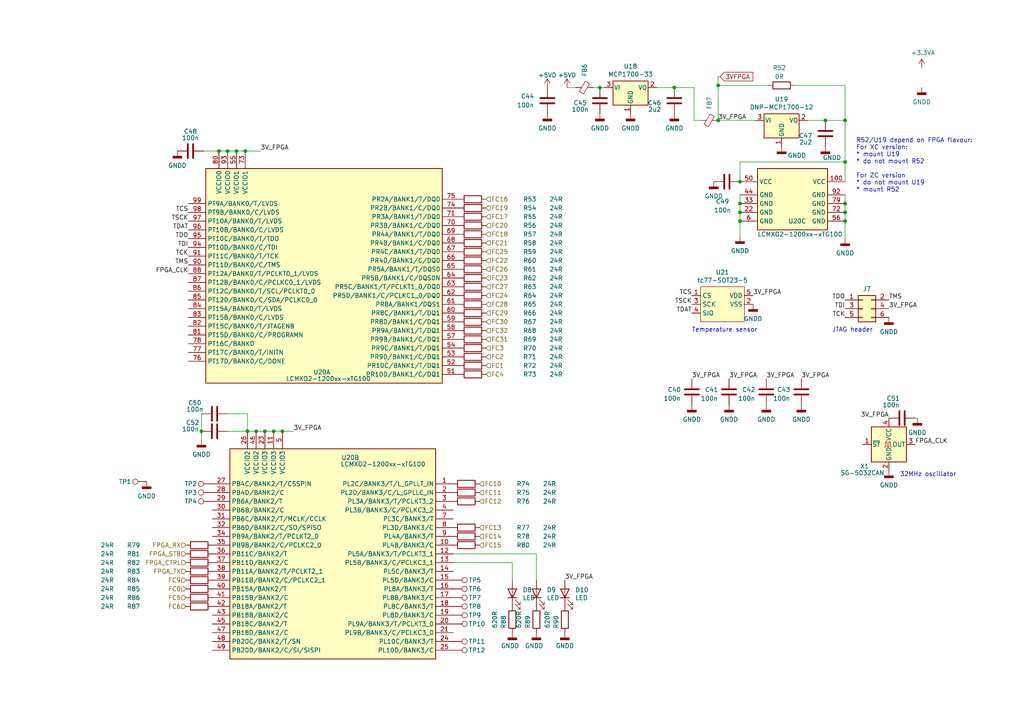
<source format=kicad_sch>
(kicad_sch (version 20211123) (generator eeschema)
  (paper "A4")
  (lib_symbols
    (symbol "Connector:TestPoint" (pin_numbers hide) (pin_names (offset 0.762) hide)
      (property "Reference" "TP" (at 0 6.858 0))
      (property "Value" "TestPoint" (at 0 5.08 0))
      (symbol "TestPoint_0_1"
        (circle (center 0 3.302) (radius 0.762))
      )
      (symbol "TestPoint_1_1"
        (pin passive line (at 0 0 90) (length 2.54) (name "1") (number "1"))
      )
    )
    (symbol "Connector_Generic:Conn_02x03_Odd_Even" (pin_names (offset 1.016) hide)
      (property "Reference" "J" (at 1.27 5.08 0))
      (property "Value" "Conn_02x03_Odd_Even" (at 1.27 -5.08 0))
      (symbol "Conn_02x03_Odd_Even_1_1"
        (rectangle (start -1.27 -2.413) (end 0 -2.667) (stroke (width 0.1524)))
        (rectangle (start -1.27 0.127) (end 0 -0.127) (stroke (width 0.1524)))
        (rectangle (start -1.27 2.667) (end 0 2.413) (stroke (width 0.1524)))
        (rectangle (start -1.27 3.81) (end 3.81 -3.81) (stroke (width 0.254)) (fill (type background)))
        (rectangle (start 3.81 -2.413) (end 2.54 -2.667) (stroke (width 0.1524)))
        (rectangle (start 3.81 0.127) (end 2.54 -0.127) (stroke (width 0.1524)))
        (rectangle (start 3.81 2.667) (end 2.54 2.413) (stroke (width 0.1524)))
        (pin passive line (at -5.08 2.54 0) (length 3.81) (name "Pin_1") (number "1"))
        (pin passive line (at 7.62 2.54 180) (length 3.81) (name "Pin_2") (number "2"))
        (pin passive line (at -5.08 0 0) (length 3.81) (name "Pin_3") (number "3"))
        (pin passive line (at 7.62 0 180) (length 3.81) (name "Pin_4") (number "4"))
        (pin passive line (at -5.08 -2.54 0) (length 3.81) (name "Pin_5") (number "5"))
        (pin passive line (at 7.62 -2.54 180) (length 3.81) (name "Pin_6") (number "6"))
      )
    )
    (symbol "Device:C" (pin_numbers hide) (pin_names (offset 0.254))
      (property "Reference" "C" (at 0.635 2.54 0))
      (property "Value" "C" (at 0.635 -2.54 0))
      (symbol "C_0_1"
        (polyline (pts (xy -2.032 -0.762) (xy 2.032 -0.762)) (stroke (width 0.508)))
        (polyline (pts (xy -2.032 0.762) (xy 2.032 0.762)) (stroke (width 0.508)))
      )
      (symbol "C_1_1"
        (pin passive line (at 0 3.81 270) (length 2.794) (name "~") (number "1"))
        (pin passive line (at 0 -3.81 90) (length 2.794) (name "~") (number "2"))
      )
    )
    (symbol "Device:Ferrite_Bead_Small" (pin_numbers hide) (pin_names (offset 0))
      (property "Reference" "FB" (at 1.905 1.27 0))
      (property "Value" "Ferrite_Bead_Small" (at 1.905 -1.27 0))
      (symbol "Ferrite_Bead_Small_0_1"
        (polyline (pts (xy 0 -1.27) (xy 0 -0.7874)))
        (polyline (pts (xy 0 0.889) (xy 0 1.2954)))
        (polyline (pts (xy -1.8288 0.2794) (xy -1.1176 1.4986) (xy 1.8288 -0.2032) (xy 1.1176 -1.4224) (xy -1.8288 0.2794)))
      )
      (symbol "Ferrite_Bead_Small_1_1"
        (pin passive line (at 0 2.54 270) (length 1.27) (name "~") (number "1"))
        (pin passive line (at 0 -2.54 90) (length 1.27) (name "~") (number "2"))
      )
    )
    (symbol "Device:LED" (pin_numbers hide) (pin_names (offset 1.016) hide)
      (property "Reference" "D" (at 0 2.54 0))
      (property "Value" "LED" (at 0 -2.54 0))
      (symbol "LED_0_1"
        (polyline (pts (xy -1.27 -1.27) (xy -1.27 1.27)) (stroke (width 0.254)))
        (polyline (pts (xy -1.27 0) (xy 1.27 0)))
        (polyline (pts (xy 1.27 -1.27) (xy 1.27 1.27) (xy -1.27 0) (xy 1.27 -1.27)) (stroke (width 0.254)))
        (polyline (pts (xy -3.048 -0.762) (xy -4.572 -2.286) (xy -3.81 -2.286) (xy -4.572 -2.286) (xy -4.572 -1.524)))
        (polyline (pts (xy -1.778 -0.762) (xy -3.302 -2.286) (xy -2.54 -2.286) (xy -3.302 -2.286) (xy -3.302 -1.524)))
      )
      (symbol "LED_1_1"
        (pin passive line (at -3.81 0 0) (length 2.54) (name "K") (number "1"))
        (pin passive line (at 3.81 0 180) (length 2.54) (name "A") (number "2"))
      )
    )
    (symbol "Device:R" (pin_numbers hide) (pin_names (offset 0))
      (property "Reference" "R" (at 2.032 0 90))
      (property "Value" "R" (at 0 0 90))
      (symbol "R_0_1"
        (rectangle (start -1.016 -2.54) (end 1.016 2.54) (stroke (width 0.254)))
      )
      (symbol "R_1_1"
        (pin passive line (at 0 3.81 270) (length 1.27) (name "~") (number "1"))
        (pin passive line (at 0 -3.81 90) (length 1.27) (name "~") (number "2"))
      )
    )
    (symbol "Gekkio_FPGA_Lattice:LCMXO2-1200xx-xTG100"
      (property "Reference" "U" (at 10.16 31.75 0))
      (property "Value" "Gekkio_FPGA_Lattice_LCMXO2-1200xx-xTG100" (at 15.24 27.94 0))
      (symbol "LCMXO2-1200xx-xTG100_1_1"
        (rectangle (start -36.83 33.02) (end 31.75 -29.21) (stroke (width 0.254)) (fill (type background)))
        (pin bidirectional line (at 36.83 -26.67 180) (length 5.08) (name "PR10D/BANK1/C/DQ1") (number "51"))
        (pin bidirectional line (at 36.83 -24.13 180) (length 5.08) (name "PR10C/BANK1/T/DQ1") (number "52"))
        (pin bidirectional line (at 36.83 -21.59 180) (length 5.08) (name "PR9D/BANK1/C/DQ1") (number "53"))
        (pin bidirectional line (at 36.83 -19.05 180) (length 5.08) (name "PR9C/BANK1/T/DQ1") (number "54"))
        (pin power_in line (at -27.94 38.1 270) (length 5.08) (name "VCCIO1") (number "55"))
        (pin bidirectional line (at 36.83 -16.51 180) (length 5.08) (name "PR9B/BANK1/C/DQ1") (number "57"))
        (pin bidirectional line (at 36.83 -13.97 180) (length 5.08) (name "PR9A/BANK1/T/DQ1") (number "58"))
        (pin bidirectional line (at 36.83 -11.43 180) (length 5.08) (name "PR8D/BANK1/C/DQ1") (number "59"))
        (pin bidirectional line (at 36.83 -8.89 180) (length 5.08) (name "PR8C/BANK1/T/DQ1") (number "60"))
        (pin bidirectional line (at 36.83 -6.35 180) (length 5.08) (name "PR8A/BANK1/DQS1") (number "61"))
        (pin bidirectional line (at 36.83 -3.81 180) (length 5.08) (name "PR5D/BANK1/C/PCLKC1_0/DQ0") (number "62"))
        (pin bidirectional line (at 36.83 -1.27 180) (length 5.08) (name "PR5C/BANK1/T/PCLKT1_0/DQ0") (number "63"))
        (pin bidirectional line (at 36.83 1.27 180) (length 5.08) (name "PR5B/BANK1/C/DQS0N") (number "64"))
        (pin bidirectional line (at 36.83 3.81 180) (length 5.08) (name "PR5A/BANK1/T/DQS0") (number "65"))
        (pin bidirectional line (at 36.83 6.35 180) (length 5.08) (name "PR4D/BANK1/C/DQ0") (number "66"))
        (pin bidirectional line (at 36.83 8.89 180) (length 5.08) (name "PR4C/BANK1/T/DQ0") (number "67"))
        (pin bidirectional line (at 36.83 11.43 180) (length 5.08) (name "PR4B/BANK1/C/DQ0") (number "68"))
        (pin bidirectional line (at 36.83 13.97 180) (length 5.08) (name "PR4A/BANK1/T/DQ0") (number "69"))
        (pin bidirectional line (at 36.83 16.51 180) (length 5.08) (name "PR3B/BANK1/C/DQ0") (number "70"))
        (pin bidirectional line (at 36.83 19.05 180) (length 5.08) (name "PR3A/BANK1/T/DQ0") (number "71"))
        (pin power_in line (at -25.4 38.1 270) (length 5.08) (name "VCCIO1") (number "73"))
        (pin bidirectional line (at 36.83 21.59 180) (length 5.08) (name "PR2B/BANK1/C/DQ0") (number "74"))
        (pin bidirectional line (at 36.83 24.13 180) (length 5.08) (name "PR2A/BANK1/T/DQ0") (number "75"))
        (pin bidirectional line (at -41.91 -22.86 0) (length 5.08) (name "PT17D/BANK0/C/DONE") (number "76"))
        (pin bidirectional line (at -41.91 -20.32 0) (length 5.08) (name "PT17C/BANK0/T/INITN") (number "77"))
        (pin bidirectional line (at -41.91 -17.78 0) (length 5.08) (name "PT16C/BANK0") (number "78"))
        (pin power_in line (at -33.02 38.1 270) (length 5.08) (name "VCCIO0") (number "80"))
        (pin bidirectional line (at -41.91 -15.24 0) (length 5.08) (name "PT15D/BANK0/C/PROGRAMN") (number "81"))
        (pin bidirectional line (at -41.91 -12.7 0) (length 5.08) (name "PT15C/BANK0/T/JTAGENB") (number "82"))
        (pin bidirectional line (at -41.91 -10.16 0) (length 5.08) (name "PT15B/BANK0/C/LVDS") (number "83"))
        (pin bidirectional line (at -41.91 -7.62 0) (length 5.08) (name "PT15A/BANK0/T/LVDS") (number "84"))
        (pin bidirectional line (at -41.91 -5.08 0) (length 5.08) (name "PT12D/BANK0/C/SDA/PCLKC0_0") (number "85"))
        (pin bidirectional line (at -41.91 -2.54 0) (length 5.08) (name "PT12C/BANK0/T/SCL/PCLKT0_0") (number "86"))
        (pin bidirectional line (at -41.91 0 0) (length 5.08) (name "PT12B/BANK0/C/PCLKC0_1/LVDS") (number "87"))
        (pin bidirectional line (at -41.91 2.54 0) (length 5.08) (name "PT12A/BANK0/T/PCLKT0_1/LVDS") (number "88"))
        (pin no_connect line (at -41.91 -25.4 0) (length 5.08) hide (name "NC") (number "89"))
        (pin bidirectional line (at -41.91 5.08 0) (length 5.08) (name "PT11D/BANK0/C/TMS") (number "90"))
        (pin bidirectional line (at -41.91 7.62 0) (length 5.08) (name "PT11C/BANK0/T/TCK") (number "91"))
        (pin power_in line (at -30.48 38.1 270) (length 5.08) (name "VCCIO0") (number "93"))
        (pin bidirectional line (at -41.91 10.16 0) (length 5.08) (name "PT10D/BANK0/C/TDI") (number "94"))
        (pin bidirectional line (at -41.91 12.7 0) (length 5.08) (name "PT10C/BANK0/T/TDO") (number "95"))
        (pin bidirectional line (at -41.91 15.24 0) (length 5.08) (name "PT10B/BANK0/C/LVDS") (number "96"))
        (pin bidirectional line (at -41.91 17.78 0) (length 5.08) (name "PT10A/BANK0/T/LVDS") (number "97"))
        (pin bidirectional line (at -41.91 20.32 0) (length 5.08) (name "PT9B/BANK0/C/LVDS") (number "98"))
        (pin bidirectional line (at -41.91 22.86 0) (length 5.08) (name "PT9A/BANK0/T/LVDS") (number "99"))
      )
      (symbol "LCMXO2-1200xx-xTG100_2_1"
        (rectangle (start -29.21 33.02) (end 30.48 -27.94) (stroke (width 0.254)) (fill (type background)))
        (pin bidirectional line (at 35.56 22.86 180) (length 5.08) (name "PL2C/BANK3/T/L_GPLLT_IN") (number "1"))
        (pin bidirectional line (at 35.56 5.08 180) (length 5.08) (name "PL4B/BANK3/C") (number "10"))
        (pin power_in line (at -16.51 38.1 270) (length 5.08) (name "VCCIO3") (number "11"))
        (pin bidirectional line (at 35.56 2.54 180) (length 5.08) (name "PL5A/BANK3/T/PCLKT3_1") (number "12"))
        (pin bidirectional line (at 35.56 0 180) (length 5.08) (name "PL5B/BANK3/C/PCLKC3_1") (number "13"))
        (pin bidirectional line (at 35.56 -2.54 180) (length 5.08) (name "PL5C/BANK3/T") (number "14"))
        (pin bidirectional line (at 35.56 -5.08 180) (length 5.08) (name "PL5D/BANK3/C") (number "15"))
        (pin bidirectional line (at 35.56 -7.62 180) (length 5.08) (name "PL8A/BANK3/T") (number "16"))
        (pin bidirectional line (at 35.56 -10.16 180) (length 5.08) (name "PL8B/BANK3/C") (number "17"))
        (pin bidirectional line (at 35.56 -12.7 180) (length 5.08) (name "PL8C/BANK3/T") (number "18"))
        (pin bidirectional line (at 35.56 -15.24 180) (length 5.08) (name "PL8D/BANK3/C") (number "19"))
        (pin bidirectional line (at 35.56 20.32 180) (length 5.08) (name "PL2D/BANK3/C/L_GPLLC_IN") (number "2"))
        (pin bidirectional line (at 35.56 -17.78 180) (length 5.08) (name "PL9A/BANK3/T/PCLKT3_0") (number "20"))
        (pin bidirectional line (at 35.56 -20.32 180) (length 5.08) (name "PL9B/BANK3/C/PCLKC3_0") (number "21"))
        (pin power_in line (at -19.05 38.1 270) (length 5.08) (name "VCCIO3") (number "23"))
        (pin bidirectional line (at 35.56 -22.86 180) (length 5.08) (name "PL10C/BANK3/T") (number "24"))
        (pin bidirectional line (at 35.56 -25.4 180) (length 5.08) (name "PL10D/BANK3/C") (number "25"))
        (pin power_in line (at -24.13 38.1 270) (length 5.08) (name "VCCIO2") (number "26"))
        (pin bidirectional line (at -34.29 22.86 0) (length 5.08) (name "PB4C/BANK2/T/CSSPIN") (number "27"))
        (pin bidirectional line (at -34.29 20.32 0) (length 5.08) (name "PB4D/BANK2/C") (number "28"))
        (pin bidirectional line (at -34.29 17.78 0) (length 5.08) (name "PB6A/BANK2/T") (number "29"))
        (pin bidirectional line (at 35.56 17.78 180) (length 5.08) (name "PL3A/BANK3/T/PCLKT3_2") (number "3"))
        (pin bidirectional line (at -34.29 15.24 0) (length 5.08) (name "PB6B/BANK2/C") (number "30"))
        (pin bidirectional line (at -34.29 12.7 0) (length 5.08) (name "PB6C/BANK2/T/MCLK/CCLK") (number "31"))
        (pin bidirectional line (at -34.29 10.16 0) (length 5.08) (name "PB6D/BANK2/C/SO/SPISO") (number "32"))
        (pin bidirectional line (at -34.29 7.62 0) (length 5.08) (name "PB9A/BANK2/T/PCLKT2_0") (number "34"))
        (pin bidirectional line (at -34.29 5.08 0) (length 5.08) (name "PB9B/BANK2/C/PCLKC2_0") (number "35"))
        (pin bidirectional line (at -34.29 2.54 0) (length 5.08) (name "PB11C/BANK2/T") (number "36"))
        (pin bidirectional line (at -34.29 0 0) (length 5.08) (name "PB11D/BANK2/C") (number "37"))
        (pin bidirectional line (at -34.29 -2.54 0) (length 5.08) (name "PB11A/BANK2/T/PCLKT2_1") (number "38"))
        (pin bidirectional line (at -34.29 -5.08 0) (length 5.08) (name "PB11B/BANK2/C/PCLKC2_1") (number "39"))
        (pin bidirectional line (at 35.56 15.24 180) (length 5.08) (name "PL3B/BANK3/C/PCLKC3_2") (number "4"))
        (pin bidirectional line (at -34.29 -7.62 0) (length 5.08) (name "PB15A/BANK2/T") (number "40"))
        (pin bidirectional line (at -34.29 -10.16 0) (length 5.08) (name "PB15B/BANK2/C") (number "41"))
        (pin bidirectional line (at -34.29 -12.7 0) (length 5.08) (name "PB18A/BANK2/T") (number "42"))
        (pin bidirectional line (at -34.29 -15.24 0) (length 5.08) (name "PB18B/BANK2/C") (number "43"))
        (pin bidirectional line (at -34.29 -17.78 0) (length 5.08) (name "PB18C/BANK2/T") (number "45"))
        (pin power_in line (at -21.59 38.1 270) (length 5.08) (name "VCCIO2") (number "46"))
        (pin bidirectional line (at -34.29 -20.32 0) (length 5.08) (name "PB18D/BANK2/C") (number "47"))
        (pin bidirectional line (at -34.29 -22.86 0) (length 5.08) (name "PB20C/BANK2/T/SN") (number "48"))
        (pin bidirectional line (at -34.29 -25.4 0) (length 5.08) (name "PB20D/BANK2/C/SI/SISPI") (number "49"))
        (pin power_in line (at -13.97 38.1 270) (length 5.08) (name "VCCIO3") (number "5"))
        (pin bidirectional line (at 35.56 12.7 180) (length 5.08) (name "PL3C/BANK3/T") (number "7"))
        (pin bidirectional line (at 35.56 10.16 180) (length 5.08) (name "PL3D/BANK3/C") (number "8"))
        (pin bidirectional line (at 35.56 7.62 180) (length 5.08) (name "PL4A/BANK3/T") (number "9"))
      )
      (symbol "LCMXO2-1200xx-xTG100_3_1"
        (rectangle (start -10.16 -7.62) (end 10.16 10.16) (stroke (width 0.254)) (fill (type background)))
        (pin power_in line (at 15.24 6.35 180) (length 5.08) (name "VCC") (number "100"))
        (pin power_in line (at -15.24 -2.54 0) (length 5.08) (name "GND") (number "22"))
        (pin power_in line (at -15.24 0 0) (length 5.08) (name "GND") (number "33"))
        (pin power_in line (at -15.24 2.54 0) (length 5.08) (name "GND") (number "44"))
        (pin power_in line (at -15.24 6.35 0) (length 5.08) (name "VCC") (number "50"))
        (pin power_in line (at 15.24 -5.08 180) (length 5.08) (name "GND") (number "56"))
        (pin power_in line (at -15.24 -5.08 0) (length 5.08) (name "GND") (number "6"))
        (pin power_in line (at 15.24 -2.54 180) (length 5.08) (name "GND") (number "72"))
        (pin power_in line (at 15.24 0 180) (length 5.08) (name "GND") (number "79"))
        (pin power_in line (at 15.24 2.54 180) (length 5.08) (name "GND") (number "92"))
      )
    )
    (symbol "Oscillator:SG-5032CAN" (pin_names (offset 0.254))
      (property "Reference" "X" (at -5.08 6.35 0))
      (property "Value" "SG-5032CAN" (at 1.27 -6.35 0))
      (symbol "SG-5032CAN_0_1"
        (rectangle (start -5.08 5.08) (end 5.08 -5.08) (stroke (width 0.254)) (fill (type background)))
        (polyline (pts (xy -1.27 -0.762) (xy -1.016 -0.762) (xy -1.016 0.762) (xy -0.508 0.762) (xy -0.508 -0.762) (xy 0 -0.762) (xy 0 0.762) (xy 0.508 0.762) (xy 0.508 -0.762) (xy 0.762 -0.762)))
      )
      (symbol "SG-5032CAN_1_1"
        (pin input line (at -7.62 0 0) (length 2.54) (name "~{ST}") (number "1"))
        (pin power_in line (at 0 -7.62 90) (length 2.54) (name "GND") (number "2"))
        (pin output line (at 7.62 0 180) (length 2.54) (name "OUT") (number "3"))
        (pin power_in line (at 0 7.62 270) (length 2.54) (name "VCC") (number "4"))
      )
    )
    (symbol "Regulator_Linear:MCP1700-1202E_SOT23" (pin_names (offset 0.254))
      (property "Reference" "U" (at -3.81 3.175 0))
      (property "Value" "MCP1700-1202E_SOT23" (at 0 3.175 0))
      (symbol "MCP1700-1202E_SOT23_0_1"
        (rectangle (start -5.08 1.905) (end 5.08 -5.08) (stroke (width 0.254)) (fill (type background)))
      )
      (symbol "MCP1700-1202E_SOT23_1_1"
        (pin power_in line (at 0 -7.62 90) (length 2.54) (name "GND") (number "1"))
        (pin power_out line (at 7.62 0 180) (length 2.54) (name "VO") (number "2"))
        (pin power_in line (at -7.62 0 0) (length 2.54) (name "VI") (number "3"))
      )
    )
    (symbol "jlib_1:tc77-SOT23-5"
      (property "Reference" "U" (at -1.27 6.35 0))
      (property "Value" "jlib_1_tc77-SOT23-5" (at 0 -6.35 0))
      (symbol "tc77-SOT23-5_0_1"
        (rectangle (start -6.35 5.08) (end 6.35 -5.08) (fill (type background)))
      )
      (symbol "tc77-SOT23-5_1_1"
        (pin input line (at -8.89 2.54 0) (length 2.54) (name "CS") (number "1"))
        (pin power_in line (at 8.89 0 180) (length 2.54) (name "VSS") (number "2"))
        (pin input line (at -8.89 0 0) (length 2.54) (name "SCK") (number "3"))
        (pin bidirectional line (at -8.89 -2.54 0) (length 2.54) (name "SIO") (number "4"))
        (pin power_in line (at 8.89 2.54 180) (length 2.54) (name "VDD") (number "5"))
      )
    )
    (symbol "power:+3.3VA" (power) (pin_names (offset 0))
      (property "Value" "+3.3VA" (at 0 3.556 0))
      (symbol "+3.3VA_0_1"
        (polyline (pts (xy -0.762 1.27) (xy 0 2.54)))
        (polyline (pts (xy 0 0) (xy 0 2.54)))
        (polyline (pts (xy 0 2.54) (xy 0.762 1.27)))
      )
      (symbol "+3.3VA_1_1"
        (pin power_in line (at 0 0 90) (length 0) hide (name "+3.3VA") (number "1"))
      )
    )
    (symbol "power:+5VD" (power) (pin_names (offset 0))
      (property "Value" "+5VD" (at 0 3.556 0))
      (symbol "+5VD_0_1"
        (polyline (pts (xy -0.762 1.27) (xy 0 2.54)))
        (polyline (pts (xy 0 0) (xy 0 2.54)))
        (polyline (pts (xy 0 2.54) (xy 0.762 1.27)))
      )
      (symbol "+5VD_1_1"
        (pin power_in line (at 0 0 90) (length 0) hide (name "+5VD") (number "1"))
      )
    )
    (symbol "power:GNDD" (power) (pin_names (offset 0))
      (property "Value" "GNDD" (at 0 -3.175 0))
      (symbol "GNDD_0_1"
        (rectangle (start -1.27 -1.524) (end 1.27 -2.032) (stroke (width 0.254)) (fill (type outline)))
        (polyline (pts (xy 0 0) (xy 0 -1.524)))
      )
      (symbol "GNDD_1_1"
        (pin power_in line (at 0 0 270) (length 0) hide (name "GNDD") (number "1"))
      )
    )
  )
  (junction (at 208.28 34.925))
  (junction (at 245.11 61.595))
  (junction (at 245.11 46.99))
  (junction (at 81.915 125.095))
  (junction (at 173.99 25.4))
  (junction (at 208.28 24.765))
  (junction (at 245.11 64.135))
  (junction (at 66.04 43.815))
  (junction (at 71.755 125.095))
  (junction (at 245.11 59.055))
  (junction (at 71.12 43.815))
  (junction (at 68.58 43.815))
  (junction (at 214.63 64.135))
  (junction (at 239.395 34.925))
  (junction (at 214.63 61.595))
  (junction (at 58.42 125.095))
  (junction (at 245.11 34.925))
  (junction (at 74.295 125.095))
  (junction (at 214.63 52.705))
  (junction (at 195.58 25.4))
  (junction (at 63.5 43.815))
  (junction (at 79.375 125.095))
  (junction (at 214.63 59.055))
  (junction (at 76.835 125.095))
  (wire (pts (xy 66.04 43.815) (xy 68.58 43.815)))
  (wire (pts (xy 245.11 59.055) (xy 245.11 56.515)))
  (wire (pts (xy 208.28 24.765) (xy 208.28 34.925)))
  (wire (pts (xy 66.04 125.095) (xy 71.755 125.095)))
  (wire (pts (xy 148.59 163.195) (xy 148.59 168.275)))
  (wire (pts (xy 265.43 121.285) (xy 266.065 121.285)))
  (wire (pts (xy 245.11 52.705) (xy 245.11 46.99)))
  (wire (pts (xy 79.375 125.095) (xy 81.915 125.095)))
  (wire (pts (xy 74.295 125.095) (xy 71.755 125.095)))
  (wire (pts (xy 76.835 125.095) (xy 74.295 125.095)))
  (wire (pts (xy 214.63 61.595) (xy 214.63 64.135)))
  (wire (pts (xy 173.99 25.4) (xy 175.26 25.4)))
  (wire (pts (xy 214.63 52.705) (xy 214.63 46.99)))
  (wire (pts (xy 155.575 160.655) (xy 155.575 168.275)))
  (wire (pts (xy 66.04 120.015) (xy 71.755 120.015)))
  (wire (pts (xy 214.63 56.515) (xy 214.63 59.055)))
  (wire (pts (xy 58.42 120.015) (xy 58.42 125.095)))
  (wire (pts (xy 208.915 22.225) (xy 208.28 22.225)))
  (wire (pts (xy 195.58 25.4) (xy 201.295 25.4)))
  (wire (pts (xy 76.835 125.095) (xy 79.375 125.095)))
  (wire (pts (xy 63.5 43.815) (xy 66.04 43.815)))
  (wire (pts (xy 230.505 24.765) (xy 245.11 24.765)))
  (wire (pts (xy 71.755 120.015) (xy 71.755 125.095)))
  (wire (pts (xy 131.445 163.195) (xy 148.59 163.195)))
  (wire (pts (xy 245.11 61.595) (xy 245.11 59.055)))
  (wire (pts (xy 190.5 25.4) (xy 195.58 25.4)))
  (wire (pts (xy 214.63 64.135) (xy 214.63 68.58)))
  (wire (pts (xy 245.11 61.595) (xy 245.11 64.135)))
  (wire (pts (xy 222.885 24.765) (xy 208.28 24.765)))
  (wire (pts (xy 245.11 69.215) (xy 245.11 64.135)))
  (wire (pts (xy 58.42 127.635) (xy 58.42 125.095)))
  (wire (pts (xy 201.295 25.4) (xy 201.295 34.925)))
  (wire (pts (xy 214.63 59.055) (xy 214.63 61.595)))
  (wire (pts (xy 71.12 43.815) (xy 75.565 43.815)))
  (wire (pts (xy 131.445 160.655) (xy 155.575 160.655)))
  (wire (pts (xy 245.11 34.925) (xy 245.11 46.99)))
  (wire (pts (xy 219.075 34.925) (xy 208.28 34.925)))
  (wire (pts (xy 234.315 34.925) (xy 239.395 34.925)))
  (wire (pts (xy 172.085 25.4) (xy 173.99 25.4)))
  (wire (pts (xy 201.295 34.925) (xy 203.2 34.925)))
  (wire (pts (xy 239.395 34.925) (xy 245.11 34.925)))
  (wire (pts (xy 245.11 46.99) (xy 214.63 46.99)))
  (wire (pts (xy 245.11 24.765) (xy 245.11 34.925)))
  (wire (pts (xy 59.055 43.815) (xy 63.5 43.815)))
  (wire (pts (xy 81.915 125.095) (xy 85.09 125.095)))
  (wire (pts (xy 167.005 25.4) (xy 164.465 25.4)))
  (wire (pts (xy 68.58 43.815) (xy 71.12 43.815)))
  (wire (pts (xy 208.28 22.225) (xy 208.28 24.765)))
  (text "Temperature sensor" (at 200.66 96.52 0) (effects (font (size 1.27 1.27)) (justify left bottom)))
  (text "JTAG header" (at 241.3 96.52 0) (effects (font (size 1.27 1.27)) (justify left bottom)))
  (text "R52/U19 depend on FPGA flavour:\nFor XC version:\n* mount U19\n* do not mount R52\n\nFor ZC version\n* do not mount U19\n* mount R52" (at 248.285 55.88 0) (effects (font (size 1.27 1.27)) (justify left bottom)))
  (text "32MHz oscillator" (at 260.985 138.43 0) (effects (font (size 1.27 1.27)) (justify left bottom)))
  (label "3V_FPGA" (at 208.28 34.925 0))
  (label "TCS" (at 200.66 85.725 180))
  (label "TCK" (at 245.11 92.075 180))
  (label "FPGA_CLK" (at 54.61 79.375 180))
  (label "TCS" (at 54.61 61.595 180))
  (label "3V_FPGA" (at 222.25 109.855 0))
  (label "TDO" (at 245.11 86.995 180))
  (label "TDI" (at 245.11 89.535 180))
  (label "FPGA_CLK" (at 265.43 128.905 0))
  (label "TDI" (at 54.61 71.755 180))
  (label "TMS" (at 54.61 76.835 180))
  (label "3V_FPGA" (at 200.66 109.855 0))
  (label "3V_FPGA" (at 211.455 109.855 0))
  (label "TDAT" (at 54.61 66.675 180))
  (label "TCK" (at 54.61 74.295 180))
  (label "TMS" (at 257.81 86.995 0))
  (label "3V_FPGA" (at 257.81 121.285 180))
  (label "TDAT" (at 200.66 90.805 180))
  (label "TDO" (at 54.61 69.215 180))
  (label "3V_FPGA" (at 257.81 89.535 0))
  (label "3V_FPGA" (at 75.565 43.815 0))
  (label "3V_FPGA" (at 85.09 125.095 0))
  (label "3V_FPGA" (at 232.41 109.855 0))
  (label "TSCK" (at 200.66 88.265 180))
  (label "TSCK" (at 54.61 64.135 180))
  (label "3V_FPGA" (at 163.83 168.275 0))
  (label "3V_FPGA" (at 218.44 85.725 0))
  (global_label "3VFPGA" (shape input) (at 208.915 22.225 0) (property "Intersheet References" "${INTERSHEET_REFS}" (effects hide)))
  (hierarchical_label "FC6" (shape input) (at 53.975 175.895 180))
  (hierarchical_label "FPGA_CTRL" (shape input) (at 53.975 163.195 180))
  (hierarchical_label "FC18" (shape input) (at 140.97 67.945 0))
  (hierarchical_label "FC32" (shape input) (at 140.97 95.885 0))
  (hierarchical_label "FC5" (shape input) (at 53.975 173.355 180))
  (hierarchical_label "FC9" (shape input) (at 53.975 168.275 180))
  (hierarchical_label "FC12" (shape input) (at 139.065 145.415 0))
  (hierarchical_label "FC29" (shape input) (at 140.97 90.805 0))
  (hierarchical_label "FC20" (shape input) (at 140.97 65.405 0))
  (hierarchical_label "FC14" (shape input) (at 139.065 155.575 0))
  (hierarchical_label "FC10" (shape input) (at 139.065 140.335 0))
  (hierarchical_label "FC3" (shape input) (at 140.97 100.965 0))
  (hierarchical_label "FC17" (shape input) (at 140.97 62.865 0))
  (hierarchical_label "FC19" (shape input) (at 140.97 60.325 0))
  (hierarchical_label "FC22" (shape input) (at 140.97 75.565 0))
  (hierarchical_label "FC1" (shape input) (at 140.97 106.045 0))
  (hierarchical_label "FC16" (shape input) (at 140.97 57.785 0))
  (hierarchical_label "FC2" (shape input) (at 140.97 103.505 0))
  (hierarchical_label "FC27" (shape input) (at 140.97 83.185 0))
  (hierarchical_label "FC21" (shape input) (at 140.97 70.485 0))
  (hierarchical_label "FC23" (shape input) (at 140.97 80.645 0))
  (hierarchical_label "FC25" (shape input) (at 140.97 73.025 0))
  (hierarchical_label "FC28" (shape input) (at 140.97 88.265 0))
  (hierarchical_label "FC15" (shape input) (at 139.065 158.115 0))
  (hierarchical_label "FC24" (shape input) (at 140.97 85.725 0))
  (hierarchical_label "FPGA_STB" (shape input) (at 53.975 160.655 180))
  (hierarchical_label "FPGA_TX" (shape input) (at 53.975 165.735 180))
  (hierarchical_label "FC26" (shape input) (at 140.97 78.105 0))
  (hierarchical_label "FC13" (shape input) (at 139.065 153.035 0))
  (hierarchical_label "FPGA_RX" (shape input) (at 53.975 158.115 180))
  (hierarchical_label "FC30" (shape input) (at 140.97 93.345 0))
  (hierarchical_label "FC11" (shape input) (at 139.065 142.875 0))
  (hierarchical_label "FC4" (shape input) (at 140.97 108.585 0))
  (hierarchical_label "FC31" (shape input) (at 140.97 98.425 0))
  (hierarchical_label "FC0" (shape input) (at 53.975 170.815 180))
  (symbol (lib_id "Gekkio_FPGA_Lattice:LCMXO2-1200xx-xTG100") (at 96.52 81.915 0) (unit 1)
    (property "Reference" "U20" (at 93.345 107.95 0))
    (property "Value" "LCMXO2-1200xx-xTG100" (at 95.25 109.855 0))
    (property "Footprint" "Package_QFP:TQFP-100_14x14mm_P0.5mm" (effects hide))
    (property "Datasheet" "https://www.latticesemi.com/view_document?document_id=38834" (effects hide))
    (property "PN" "XO21200HC4TG100C" (effects hide))
    (property "supplier" "MOUSER" (effects hide))
  )
  (symbol (lib_id "Gekkio_FPGA_Lattice:LCMXO2-1200xx-xTG100") (at 95.885 163.195 0) (unit 2)
    (property "Reference" "U20" (at 101.6 132.715 0))
    (property "Value" "LCMXO2-1200xx-xTG100" (at 111.125 134.62 0))
    (property "Footprint" "Package_QFP:TQFP-100_14x14mm_P0.5mm" (effects hide))
    (property "Datasheet" "https://www.latticesemi.com/view_document?document_id=38834" (effects hide))
    (property "PN" "XO21200HC4TG100C" (effects hide))
    (property "supplier" "MOUSER" (effects hide))
  )
  (symbol (lib_id "Gekkio_FPGA_Lattice:LCMXO2-1200xx-xTG100") (at 229.87 59.055 0) (unit 3)
    (property "Reference" "U20" (at 228.6 64.135 0) (effects (justify left)))
    (property "Value" "LCMXO2-1200xx-xTG100" (at 219.71 67.945 0) (effects (justify left)))
    (property "Footprint" "Package_QFP:TQFP-100_14x14mm_P0.5mm" (effects hide))
    (property "Datasheet" "https://www.latticesemi.com/view_document?document_id=38834" (effects hide))
    (property "PN" "XO21200HC4TG100C" (effects hide))
    (property "supplier" "MOUSER" (effects hide))
  )
  (symbol (lib_id "power:+3.3VA") (at 267.335 19.685 0) (unit 1)
    (property "Reference" "#PWR0150" (effects hide))
    (property "Value" "+3.3VA" (at 267.716 15.2908 0))
  )
  (symbol (lib_id "Device:Ferrite_Bead_Small") (at 205.74 34.925 90) (unit 1)
    (property "Reference" "FB7" (at 205.74 31.75 0) (effects (justify left)))
    (property "Value" "Ferrite_Bead_Small" (effects hide))
    (property "Footprint" "Inductor_SMD:L_1206_3216Metric_Pad1.22x1.90mm_HandSolder" (effects hide))
    (property "PN" "BLM31A260SPT" (effects hide))
    (property "supplier" "TME" (effects hide))
  )
  (symbol (lib_id "Device:C") (at 210.82 52.705 270) (unit 1)
    (property "Reference" "C49" (at 209.55 58.42 90))
    (property "Value" "100n" (at 209.55 60.96 90))
    (property "Footprint" "Capacitor_SMD:C_0805_2012Metric_Pad1.18x1.45mm_HandSolder" (effects hide))
    (property "PN" "CL21B104KBCNNNC" (effects hide))
    (property "supplier" "TME" (effects hide))
  )
  (symbol (lib_id "Device:C") (at 62.23 125.095 270) (unit 1)
    (property "Reference" "C52" (at 55.88 122.555 90))
    (property "Value" "100n" (at 55.245 124.46 90))
    (property "Footprint" "Capacitor_SMD:C_0805_2012Metric_Pad1.18x1.45mm_HandSolder" (effects hide))
    (property "PN" "CL21B104KBCNNNC" (effects hide))
    (property "supplier" "TME" (effects hide))
  )
  (symbol (lib_id "Device:C") (at 62.23 120.015 270) (unit 1)
    (property "Reference" "C50" (at 56.515 116.84 90))
    (property "Value" "100n" (at 56.515 118.745 90))
    (property "Footprint" "Capacitor_SMD:C_0805_2012Metric_Pad1.18x1.45mm_HandSolder" (effects hide))
    (property "PN" "CL21B104KBCNNNC" (effects hide))
    (property "supplier" "TME" (effects hide))
  )
  (symbol (lib_id "Connector_Generic:Conn_02x03_Odd_Even") (at 250.19 89.535 0) (unit 1)
    (property "Reference" "J7" (at 251.46 83.82 0))
    (property "Value" "Conn_02x03_Odd_Even" (effects hide))
    (property "Footprint" "Connector_IDC:IDC-Header_2x03_P2.54mm_Vertical" (effects hide))
    (property "PN" "75869-331LF" (effects hide))
    (property "supplier" "TME" (effects hide))
  )
  (symbol (lib_id "jlib_1:tc77-SOT23-5") (at 209.55 88.265 0) (unit 1)
    (property "Reference" "U21" (at 209.55 78.994 0))
    (property "Value" "tc77-SOT23-5" (at 209.55 81.3054 0))
    (property "Footprint" "Package_TO_SOT_SMD:SOT-23-5_HandSoldering" (effects hide))
    (property "PN" "TC77-3.3MCTTR" (effects hide))
    (property "supplier" "MOUSER" (effects hide))
  )
  (symbol (lib_id "Device:C") (at 55.245 43.815 90) (unit 1)
    (property "Reference" "C48" (at 55.245 38.1 90))
    (property "Value" "100n" (at 55.245 40.005 90))
    (property "Footprint" "Capacitor_SMD:C_0805_2012Metric_Pad1.18x1.45mm_HandSolder" (effects hide))
    (property "PN" "CL21B104KBCNNNC" (effects hide))
    (property "supplier" "TME" (effects hide))
  )
  (symbol (lib_id "Device:R") (at 155.575 179.705 180) (unit 1)
    (property "Reference" "R89" (at 153.035 178.435 90) (effects (justify left)))
    (property "Value" "620R" (at 150.495 177.165 90) (effects (justify left)))
    (property "Footprint" "Resistor_SMD:R_MiniMELF_MMA-0204" (effects hide))
    (property "PN" "MMA02040C6200" (effects hide))
    (property "supplier" "TME" (effects hide))
  )
  (symbol (lib_id "Device:LED") (at 155.575 172.085 90) (unit 1)
    (property "Reference" "D9" (at 158.5722 171.0944 90) (effects (justify right)))
    (property "Value" "LED" (at 158.5722 173.4058 90) (effects (justify right)))
    (property "Footprint" "LED_SMD:LED_0805_2012Metric_Pad1.15x1.40mm_HandSolder" (effects hide))
    (property "PN" "KP-2012YD" (effects hide))
    (property "supplier" "TME" (effects hide))
  )
  (symbol (lib_id "Oscillator:SG-5032CAN") (at 257.81 128.905 0) (unit 1)
    (property "Reference" "X1" (at 252.095 135.255 0) (effects (justify right)))
    (property "Value" "SG-5032CAN" (at 256.54 137.16 0) (effects (justify right)))
    (property "Footprint" "Oscillator:Oscillator_SMD_SeikoEpson_SG8002LB-4Pin_5.0x3.2mm" (effects hide))
    (property "Datasheet" "https://support.epson.biz/td/api/doc_check.php?dl=brief_SG5032CAN&lang=en" (effects hide))
    (property "PN" "5032CAN320M" (effects hide))
    (property "supplier" "MOUSER" (effects hide))
  )
  (symbol (lib_id "Device:C") (at 261.62 121.285 90) (mirror x) (unit 1)
    (property "Reference" "C51" (at 259.08 115.57 90))
    (property "Value" "100n" (at 258.445 117.475 90))
    (property "Footprint" "Capacitor_SMD:C_0805_2012Metric_Pad1.18x1.45mm_HandSolder" (effects hide))
    (property "PN" "CL21B104KBCNNNC" (effects hide))
    (property "supplier" "TME" (effects hide))
  )
  (symbol (lib_id "Device:R") (at 137.16 106.045 90) (unit 1)
    (property "Reference" "R72" (at 153.67 106.045 90))
    (property "Value" "24R" (at 161.29 106.045 90))
    (property "Footprint" "Resistor_SMD:R_MiniMELF_MMA-0204" (effects hide))
    (property "PN" "SMDMM0204-24R" (effects hide))
    (property "supplier" "TME" (effects hide))
  )
  (symbol (lib_id "Device:R") (at 137.16 103.505 90) (unit 1)
    (property "Reference" "R71" (at 153.67 103.505 90))
    (property "Value" "24R" (at 161.29 103.505 90))
    (property "Footprint" "Resistor_SMD:R_MiniMELF_MMA-0204" (effects hide))
    (property "PN" "SMDMM0204-24R" (effects hide))
    (property "supplier" "TME" (effects hide))
  )
  (symbol (lib_id "Device:R") (at 137.16 100.965 90) (unit 1)
    (property "Reference" "R70" (at 153.67 100.965 90))
    (property "Value" "24R" (at 161.29 100.965 90))
    (property "Footprint" "Resistor_SMD:R_MiniMELF_MMA-0204" (effects hide))
    (property "PN" "SMDMM0204-24R" (effects hide))
    (property "supplier" "TME" (effects hide))
  )
  (symbol (lib_id "Device:R") (at 137.16 108.585 90) (mirror x) (unit 1)
    (property "Reference" "R73" (at 153.67 108.585 90))
    (property "Value" "24R" (at 161.29 108.585 90))
    (property "Footprint" "Resistor_SMD:R_MiniMELF_MMA-0204" (effects hide))
    (property "PN" "SMDMM0204-24R" (effects hide))
    (property "supplier" "TME" (effects hide))
  )
  (symbol (lib_id "Device:R") (at 57.785 170.815 270) (unit 1)
    (property "Reference" "R85" (at 38.735 170.815 90))
    (property "Value" "24R" (at 31.115 170.815 90))
    (property "Footprint" "Resistor_SMD:R_MiniMELF_MMA-0204" (effects hide))
    (property "PN" "SMDMM0204-24R" (effects hide))
    (property "supplier" "TME" (effects hide))
  )
  (symbol (lib_id "Device:R") (at 57.785 173.355 270) (unit 1)
    (property "Reference" "R86" (at 38.735 173.355 90))
    (property "Value" "24R" (at 31.115 173.355 90))
    (property "Footprint" "Resistor_SMD:R_MiniMELF_MMA-0204" (effects hide))
    (property "PN" "SMDMM0204-24R" (effects hide))
    (property "supplier" "TME" (effects hide))
  )
  (symbol (lib_id "Device:R") (at 57.785 175.895 270) (unit 1)
    (property "Reference" "R87" (at 38.735 175.895 90))
    (property "Value" "24R" (at 31.115 175.895 90))
    (property "Footprint" "Resistor_SMD:R_MiniMELF_MMA-0204" (effects hide))
    (property "PN" "SMDMM0204-24R" (effects hide))
    (property "supplier" "TME" (effects hide))
  )
  (symbol (lib_id "Device:R") (at 57.785 168.275 270) (mirror x) (unit 1)
    (property "Reference" "R84" (at 38.735 168.275 90))
    (property "Value" "24R" (at 31.115 168.275 90))
    (property "Footprint" "Resistor_SMD:R_MiniMELF_MMA-0204" (effects hide))
    (property "PN" "SMDMM0204-24R" (effects hide))
    (property "supplier" "TME" (effects hide))
  )
  (symbol (lib_id "Device:R") (at 135.255 140.335 90) (mirror x) (unit 1)
    (property "Reference" "R74" (at 151.765 140.335 90))
    (property "Value" "24R" (at 159.385 140.335 90))
    (property "Footprint" "Resistor_SMD:R_MiniMELF_MMA-0204" (effects hide))
    (property "PN" "SMDMM0204-24R" (effects hide))
    (property "supplier" "TME" (effects hide))
  )
  (symbol (lib_id "Device:R") (at 135.255 142.875 90) (mirror x) (unit 1)
    (property "Reference" "R75" (at 151.765 142.875 90))
    (property "Value" "24R" (at 159.385 142.875 90))
    (property "Footprint" "Resistor_SMD:R_MiniMELF_MMA-0204" (effects hide))
    (property "PN" "SMDMM0204-24R" (effects hide))
    (property "supplier" "TME" (effects hide))
  )
  (symbol (lib_id "Device:R") (at 135.255 145.415 90) (mirror x) (unit 1)
    (property "Reference" "R76" (at 151.765 145.415 90))
    (property "Value" "24R" (at 159.385 145.415 90))
    (property "Footprint" "Resistor_SMD:R_MiniMELF_MMA-0204" (effects hide))
    (property "PN" "SMDMM0204-24R" (effects hide))
    (property "supplier" "TME" (effects hide))
  )
  (symbol (lib_id "Device:C") (at 158.75 29.21 180) (unit 1)
    (property "Reference" "C44" (at 153.035 27.94 0))
    (property "Value" "100n" (at 152.4 30.48 0))
    (property "Footprint" "Capacitor_SMD:C_0805_2012Metric_Pad1.18x1.45mm_HandSolder" (effects hide))
    (property "PN" "CL21B104KBCNNNC" (effects hide))
    (property "supplier" "TME" (effects hide))
  )
  (symbol (lib_id "Device:Ferrite_Bead_Small") (at 169.545 25.4 90) (unit 1)
    (property "Reference" "FB6" (at 169.545 22.225 0) (effects (justify left)))
    (property "Value" "Ferrite_Bead_Small" (effects hide))
    (property "Footprint" "Inductor_SMD:L_1206_3216Metric_Pad1.22x1.90mm_HandSolder" (effects hide))
    (property "PN" "BLM31A260SPT" (effects hide))
    (property "supplier" "TME" (effects hide))
  )
  (symbol (lib_id "Device:C") (at 173.99 29.21 180) (unit 1)
    (property "Reference" "C45" (at 168.275 29.845 0))
    (property "Value" "100n" (at 168.275 31.75 0))
    (property "Footprint" "Capacitor_SMD:C_0805_2012Metric_Pad1.18x1.45mm_HandSolder" (effects hide))
    (property "PN" "CL21B104KBCNNNC" (effects hide))
    (property "supplier" "TME" (effects hide))
  )
  (symbol (lib_id "Regulator_Linear:MCP1700-1202E_SOT23") (at 226.695 34.925 0) (unit 1)
    (property "Reference" "U19" (at 226.695 28.7782 0))
    (property "Value" "DNP-MCP1700-12" (at 226.695 31.0896 0))
    (property "Footprint" "Package_TO_SOT_SMD:SOT-23" (effects hide))
    (property "Datasheet" "http://ww1.microchip.com/downloads/en/DeviceDoc/20001826D.pdf" (effects hide))
    (property "comment" "DNP" (effects hide))
  )
  (symbol (lib_id "Regulator_Linear:MCP1700-1202E_SOT23") (at 182.88 25.4 0) (unit 1)
    (property "Reference" "U18" (at 182.88 19.2532 0))
    (property "Value" "MCP1700-33" (at 182.88 21.5646 0))
    (property "Footprint" "Package_TO_SOT_SMD:SOT-23" (effects hide))
    (property "Datasheet" "http://ww1.microchip.com/downloads/en/DeviceDoc/20001826D.pdf" (effects hide))
    (property "PN" "MCP1700T-3302E" (effects hide))
    (property "supplier" "MOUSER" (effects hide))
  )
  (symbol (lib_id "Device:C") (at 222.25 113.665 180) (unit 1)
    (property "Reference" "C42" (at 217.17 113.03 0))
    (property "Value" "100n" (at 216.535 115.57 0))
    (property "Footprint" "Capacitor_SMD:C_0805_2012Metric_Pad1.18x1.45mm_HandSolder" (effects hide))
    (property "PN" "CL21B104KBCNNNC" (effects hide))
    (property "supplier" "TME" (effects hide))
  )
  (symbol (lib_id "Device:R") (at 57.785 165.735 270) (unit 1)
    (property "Reference" "R83" (at 38.735 165.735 90))
    (property "Value" "24R" (at 31.115 165.735 90))
    (property "Footprint" "Resistor_SMD:R_MiniMELF_MMA-0204" (effects hide))
    (property "PN" "SMDMM0204-24R" (effects hide))
    (property "supplier" "TME" (effects hide))
  )
  (symbol (lib_id "power:GNDD") (at 214.63 68.58 0) (unit 1)
    (property "Reference" "#PWR0166" (effects hide))
    (property "Value" "GNDD" (at 214.63 72.7615 0))
  )
  (symbol (lib_id "Device:R") (at 137.16 60.325 90) (mirror x) (unit 1)
    (property "Reference" "R54" (at 153.67 60.325 90))
    (property "Value" "24R" (at 161.29 60.325 90))
    (property "Footprint" "Resistor_SMD:R_MiniMELF_MMA-0204" (effects hide))
    (property "PN" "SMDMM0204-24R" (effects hide))
    (property "supplier" "TME" (effects hide))
  )
  (symbol (lib_id "power:GNDD") (at 257.81 92.075 0) (unit 1)
    (property "Reference" "#PWR0169" (effects hide))
    (property "Value" "GNDD" (at 257.81 96.2565 0))
  )
  (symbol (lib_id "power:GNDD") (at 148.59 183.515 0) (unit 1)
    (property "Reference" "#PWR0174" (effects hide))
    (property "Value" "GNDD" (at 147.955 187.325 0))
  )
  (symbol (lib_id "power:GNDD") (at 226.695 42.545 0) (unit 1)
    (property "Reference" "#PWR0162" (effects hide))
    (property "Value" "GNDD" (at 231.14 45.085 0))
  )
  (symbol (lib_id "power:GNDD") (at 182.88 33.02 0) (unit 1)
    (property "Reference" "#PWR0160" (effects hide))
    (property "Value" "GNDD" (at 182.88 37.2015 0))
  )
  (symbol (lib_id "Device:R") (at 57.785 158.115 270) (unit 1)
    (property "Reference" "R79" (at 38.735 158.115 90))
    (property "Value" "24R" (at 31.115 158.115 90))
    (property "Footprint" "Resistor_SMD:R_MiniMELF_MMA-0204" (effects hide))
    (property "PN" "SMDMM0204-24R" (effects hide))
    (property "supplier" "TME" (effects hide))
  )
  (symbol (lib_id "power:+5VD") (at 158.75 25.4 0) (unit 1)
    (property "Reference" "#PWR0155" (effects hide))
    (property "Value" "+5VD" (at 158.75 21.7955 0))
  )
  (symbol (lib_id "power:GNDD") (at 195.58 33.02 0) (unit 1)
    (property "Reference" "#PWR0161" (effects hide))
    (property "Value" "GNDD" (at 195.58 37.2015 0))
  )
  (symbol (lib_id "power:GNDD") (at 158.75 33.02 0) (unit 1)
    (property "Reference" "#PWR0158" (effects hide))
    (property "Value" "GNDD" (at 158.75 37.2015 0))
  )
  (symbol (lib_id "Connector:TestPoint") (at 131.445 180.975 270) (unit 1)
    (property "Reference" "TP10" (at 135.89 180.975 90) (effects (justify left)))
    (property "Value" "TestPoint" (effects hide))
    (property "Footprint" "TestPoint:TestPoint_Pad_1.5x1.5mm" (effects hide))
    (property "comment" "DNP" (effects hide))
  )
  (symbol (lib_id "Device:R") (at 135.255 155.575 90) (mirror x) (unit 1)
    (property "Reference" "R78" (at 151.765 155.575 90))
    (property "Value" "24R" (at 159.385 155.575 90))
    (property "Footprint" "Resistor_SMD:R_MiniMELF_MMA-0204" (effects hide))
    (property "PN" "SMDMM0204-24R" (effects hide))
    (property "supplier" "TME" (effects hide))
  )
  (symbol (lib_id "Device:R") (at 57.785 163.195 270) (unit 1)
    (property "Reference" "R82" (at 38.735 163.195 90))
    (property "Value" "24R" (at 31.115 163.195 90))
    (property "Footprint" "Resistor_SMD:R_MiniMELF_MMA-0204" (effects hide))
    (property "PN" "SMDMM0204-24R" (effects hide))
    (property "supplier" "TME" (effects hide))
  )
  (symbol (lib_id "Device:R") (at 137.16 90.805 90) (unit 1)
    (property "Reference" "R66" (at 153.67 90.805 90))
    (property "Value" "24R" (at 161.29 90.805 90))
    (property "Footprint" "Resistor_SMD:R_MiniMELF_MMA-0204" (effects hide))
    (property "PN" "SMDMM0204-24R" (effects hide))
    (property "supplier" "TME" (effects hide))
  )
  (symbol (lib_id "power:GNDD") (at 42.545 139.7 0) (unit 1)
    (property "Reference" "#PWR0173" (effects hide))
    (property "Value" "GNDD" (at 42.545 143.8815 0))
  )
  (symbol (lib_id "Device:R") (at 148.59 179.705 180) (unit 1)
    (property "Reference" "R88" (at 146.05 178.435 90) (effects (justify left)))
    (property "Value" "620R" (at 143.51 177.165 90) (effects (justify left)))
    (property "Footprint" "Resistor_SMD:R_MiniMELF_MMA-0204" (effects hide))
    (property "PN" "MMA02040C6200" (effects hide))
    (property "supplier" "TME" (effects hide))
  )
  (symbol (lib_id "Device:R") (at 137.16 95.885 90) (unit 1)
    (property "Reference" "R68" (at 153.67 95.885 90))
    (property "Value" "24R" (at 161.29 95.885 90))
    (property "Footprint" "Resistor_SMD:R_MiniMELF_MMA-0204" (effects hide))
    (property "PN" "SMDMM0204-24R" (effects hide))
    (property "supplier" "TME" (effects hide))
  )
  (symbol (lib_id "power:GNDD") (at 232.41 117.475 0) (unit 1)
    (property "Reference" "#PWR0154" (effects hide))
    (property "Value" "GNDD" (at 232.41 121.6565 0))
  )
  (symbol (lib_id "Device:LED") (at 163.83 172.085 90) (unit 1)
    (property "Reference" "D10" (at 166.8272 171.0944 90) (effects (justify right)))
    (property "Value" "LED" (at 166.8272 173.4058 90) (effects (justify right)))
    (property "Footprint" "LED_SMD:LED_0805_2012Metric_Pad1.15x1.40mm_HandSolder" (effects hide))
    (property "PN" "KP-2012YD" (effects hide))
    (property "supplier" "TME" (effects hide))
  )
  (symbol (lib_id "Connector:TestPoint") (at 131.445 173.355 270) (unit 1)
    (property "Reference" "TP7" (at 135.89 173.355 90) (effects (justify left)))
    (property "Value" "TestPoint" (effects hide))
    (property "Footprint" "TestPoint:TestPoint_Loop_D1.80mm_Drill1.0mm_Beaded" (effects hide))
    (property "PN" "optional" (effects hide))
    (property "supplier" "aliexpress" (effects hide))
  )
  (symbol (lib_id "Connector:TestPoint") (at 131.445 168.275 270) (unit 1)
    (property "Reference" "TP5" (at 135.89 168.275 90) (effects (justify left)))
    (property "Value" "TestPoint" (effects hide))
    (property "Footprint" "TestPoint:TestPoint_Loop_D1.80mm_Drill1.0mm_Beaded" (effects hide))
    (property "PN" "optional" (effects hide))
    (property "supplier" "aliexpress" (effects hide))
  )
  (symbol (lib_id "Device:R") (at 226.695 24.765 270) (unit 1)
    (property "Reference" "R52" (at 226.06 19.685 90))
    (property "Value" "0R" (at 226.06 22.225 90))
    (property "Footprint" "Resistor_SMD:R_MiniMELF_MMA-0204" (effects hide))
    (property "PN" "SMDMM0204-0R" (effects hide))
    (property "supplier" "TME" (effects hide))
  )
  (symbol (lib_id "Connector:TestPoint") (at 131.445 186.055 270) (unit 1)
    (property "Reference" "TP11" (at 135.89 186.055 90) (effects (justify left)))
    (property "Value" "TestPoint" (effects hide))
    (property "Footprint" "TestPoint:TestPoint_Pad_1.5x1.5mm" (effects hide))
    (property "comment" "DNP" (effects hide))
  )
  (symbol (lib_id "Device:C") (at 200.66 113.665 180) (unit 1)
    (property "Reference" "C40" (at 195.58 113.03 0))
    (property "Value" "100n" (at 194.945 115.57 0))
    (property "Footprint" "Capacitor_SMD:C_0805_2012Metric_Pad1.18x1.45mm_HandSolder" (effects hide))
    (property "PN" "CL21B104KBCNNNC" (effects hide))
    (property "supplier" "TME" (effects hide))
  )
  (symbol (lib_id "Device:C") (at 195.58 29.21 180) (unit 1)
    (property "Reference" "C46" (at 189.865 29.845 0))
    (property "Value" "2u2" (at 189.865 31.75 0))
    (property "Footprint" "Capacitor_SMD:C_0805_2012Metric_Pad1.18x1.45mm_HandSolder" (effects hide))
    (property "PN" "CL21B225KPFNNNE" (effects hide))
    (property "supplier" "TME" (effects hide))
  )
  (symbol (lib_id "power:GNDD") (at 200.66 117.475 0) (unit 1)
    (property "Reference" "#PWR0151" (effects hide))
    (property "Value" "GNDD" (at 200.66 121.6565 0))
  )
  (symbol (lib_id "power:GNDD") (at 211.455 117.475 0) (unit 1)
    (property "Reference" "#PWR0152" (effects hide))
    (property "Value" "GNDD" (at 211.455 121.6565 0))
  )
  (symbol (lib_id "Device:R") (at 137.16 83.185 90) (unit 1)
    (property "Reference" "R63" (at 153.67 83.185 90))
    (property "Value" "24R" (at 161.29 83.185 90))
    (property "Footprint" "Resistor_SMD:R_MiniMELF_MMA-0204" (effects hide))
    (property "PN" "SMDMM0204-24R" (effects hide))
    (property "supplier" "TME" (effects hide))
  )
  (symbol (lib_id "power:GNDD") (at 222.25 117.475 0) (unit 1)
    (property "Reference" "#PWR0153" (effects hide))
    (property "Value" "GNDD" (at 222.25 121.6565 0))
  )
  (symbol (lib_id "Connector:TestPoint") (at 131.445 170.815 270) (unit 1)
    (property "Reference" "TP6" (at 135.89 170.815 90) (effects (justify left)))
    (property "Value" "TestPoint" (effects hide))
    (property "Footprint" "TestPoint:TestPoint_Loop_D1.80mm_Drill1.0mm_Beaded" (effects hide))
    (property "PN" "optional" (effects hide))
    (property "supplier" "aliexpress" (effects hide))
  )
  (symbol (lib_id "Device:R") (at 163.83 179.705 180) (unit 1)
    (property "Reference" "R90" (at 161.29 178.435 90) (effects (justify left)))
    (property "Value" "620R" (at 158.75 177.165 90) (effects (justify left)))
    (property "Footprint" "Resistor_SMD:R_MiniMELF_MMA-0204" (effects hide))
    (property "PN" "MMA02040C6200" (effects hide))
    (property "supplier" "TME" (effects hide))
  )
  (symbol (lib_id "Device:R") (at 137.16 67.945 90) (mirror x) (unit 1)
    (property "Reference" "R57" (at 153.67 67.945 90))
    (property "Value" "24R" (at 161.29 67.945 90))
    (property "Footprint" "Resistor_SMD:R_MiniMELF_MMA-0204" (effects hide))
    (property "PN" "SMDMM0204-24R" (effects hide))
    (property "supplier" "TME" (effects hide))
  )
  (symbol (lib_id "power:GNDD") (at 257.81 136.525 0) (mirror y) (unit 1)
    (property "Reference" "#PWR0172" (effects hide))
    (property "Value" "GNDD" (at 257.81 140.7065 0))
  )
  (symbol (lib_id "Connector:TestPoint") (at 61.595 142.875 90) (unit 1)
    (property "Reference" "TP3" (at 57.15 142.875 90) (effects (justify left)))
    (property "Value" "TestPoint" (effects hide))
    (property "Footprint" "TestPoint:TestPoint_Loop_D2.60mm_Drill1.6mm_Beaded" (effects hide))
    (property "PN" "optional" (effects hide))
    (property "supplier" "aliexpress" (effects hide))
  )
  (symbol (lib_id "power:GNDD") (at 58.42 127.635 0) (unit 1)
    (property "Reference" "#PWR0171" (effects hide))
    (property "Value" "GNDD" (at 58.42 131.8165 0))
  )
  (symbol (lib_id "Connector:TestPoint") (at 61.595 140.335 90) (unit 1)
    (property "Reference" "TP2" (at 57.15 140.335 90) (effects (justify left)))
    (property "Value" "TestPoint" (effects hide))
    (property "Footprint" "TestPoint:TestPoint_Loop_D2.60mm_Drill1.6mm_Beaded" (effects hide))
    (property "PN" "optional" (effects hide))
    (property "supplier" "aliexpress" (effects hide))
  )
  (symbol (lib_id "Connector:TestPoint") (at 131.445 188.595 270) (unit 1)
    (property "Reference" "TP12" (at 135.89 188.595 90) (effects (justify left)))
    (property "Value" "TestPoint" (effects hide))
    (property "Footprint" "TestPoint:TestPoint_Pad_1.5x1.5mm" (effects hide))
    (property "comment" "DNP" (effects hide))
  )
  (symbol (lib_id "Device:C") (at 232.41 113.665 180) (unit 1)
    (property "Reference" "C43" (at 227.33 113.03 0))
    (property "Value" "100n" (at 226.695 115.57 0))
    (property "Footprint" "Capacitor_SMD:C_0805_2012Metric_Pad1.18x1.45mm_HandSolder" (effects hide))
    (property "PN" "CL21B104KBCNNNC" (effects hide))
    (property "supplier" "TME" (effects hide))
  )
  (symbol (lib_id "Device:C") (at 211.455 113.665 180) (unit 1)
    (property "Reference" "C41" (at 206.375 113.03 0))
    (property "Value" "100n" (at 205.74 115.57 0))
    (property "Footprint" "Capacitor_SMD:C_0805_2012Metric_Pad1.18x1.45mm_HandSolder" (effects hide))
    (property "PN" "CL21B104KBCNNNC" (effects hide))
    (property "supplier" "TME" (effects hide))
  )
  (symbol (lib_id "power:GNDD") (at 51.435 43.815 0) (unit 1)
    (property "Reference" "#PWR0164" (effects hide))
    (property "Value" "GNDD" (at 51.435 47.9965 0))
  )
  (symbol (lib_id "power:GNDD") (at 267.335 25.4 0) (unit 1)
    (property "Reference" "#PWR0157" (effects hide))
    (property "Value" "GNDD" (at 267.335 29.5815 0))
  )
  (symbol (lib_id "power:GNDD") (at 218.44 88.265 0) (unit 1)
    (property "Reference" "#PWR0168" (effects hide))
    (property "Value" "GNDD" (at 218.44 92.4465 0))
  )
  (symbol (lib_id "Device:R") (at 137.16 62.865 90) (mirror x) (unit 1)
    (property "Reference" "R55" (at 153.67 62.865 90))
    (property "Value" "24R" (at 161.29 62.865 90))
    (property "Footprint" "Resistor_SMD:R_MiniMELF_MMA-0204" (effects hide))
    (property "PN" "SMDMM0204-24R" (effects hide))
    (property "supplier" "TME" (effects hide))
  )
  (symbol (lib_id "Device:R") (at 137.16 85.725 90) (unit 1)
    (property "Reference" "R64" (at 153.67 85.725 90))
    (property "Value" "24R" (at 161.29 85.725 90))
    (property "Footprint" "Resistor_SMD:R_MiniMELF_MMA-0204" (effects hide))
    (property "PN" "SMDMM0204-24R" (effects hide))
    (property "supplier" "TME" (effects hide))
  )
  (symbol (lib_id "power:GNDD") (at 266.065 121.285 0) (mirror y) (unit 1)
    (property "Reference" "#PWR0170" (effects hide))
    (property "Value" "GNDD" (at 266.065 125.4665 0))
  )
  (symbol (lib_id "Connector:TestPoint") (at 131.445 175.895 270) (unit 1)
    (property "Reference" "TP8" (at 135.89 175.895 90) (effects (justify left)))
    (property "Value" "TestPoint" (effects hide))
    (property "Footprint" "TestPoint:TestPoint_Loop_D1.80mm_Drill1.0mm_Beaded" (effects hide))
    (property "PN" "optional" (effects hide))
    (property "supplier" "aliexpress" (effects hide))
  )
  (symbol (lib_id "Device:R") (at 135.255 158.115 90) (mirror x) (unit 1)
    (property "Reference" "R80" (at 151.765 158.115 90))
    (property "Value" "24R" (at 159.385 158.115 90))
    (property "Footprint" "Resistor_SMD:R_MiniMELF_MMA-0204" (effects hide))
    (property "PN" "SMDMM0204-24R" (effects hide))
    (property "supplier" "TME" (effects hide))
  )
  (symbol (lib_id "Device:R") (at 137.16 78.105 90) (unit 1)
    (property "Reference" "R61" (at 153.67 78.105 90))
    (property "Value" "24R" (at 161.29 78.105 90))
    (property "Footprint" "Resistor_SMD:R_MiniMELF_MMA-0204" (effects hide))
    (property "PN" "SMDMM0204-24R" (effects hide))
    (property "supplier" "TME" (effects hide))
  )
  (symbol (lib_id "Connector:TestPoint") (at 61.595 145.415 90) (unit 1)
    (property "Reference" "TP4" (at 57.15 145.415 90) (effects (justify left)))
    (property "Value" "TestPoint" (effects hide))
    (property "Footprint" "TestPoint:TestPoint_Loop_D2.60mm_Drill1.6mm_Beaded" (effects hide))
    (property "PN" "optional" (effects hide))
    (property "supplier" "aliexpress" (effects hide))
  )
  (symbol (lib_id "power:GNDD") (at 239.395 42.545 0) (unit 1)
    (property "Reference" "#PWR0163" (effects hide))
    (property "Value" "GNDD" (at 241.3 45.72 0))
  )
  (symbol (lib_id "Device:R") (at 137.16 80.645 90) (unit 1)
    (property "Reference" "R62" (at 153.67 80.645 90))
    (property "Value" "24R" (at 161.29 80.645 90))
    (property "Footprint" "Resistor_SMD:R_MiniMELF_MMA-0204" (effects hide))
    (property "PN" "SMDMM0204-24R" (effects hide))
    (property "supplier" "TME" (effects hide))
  )
  (symbol (lib_id "power:+5VD") (at 164.465 25.4 0) (unit 1)
    (property "Reference" "#PWR0156" (effects hide))
    (property "Value" "+5VD" (at 164.465 21.7955 0))
  )
  (symbol (lib_id "Device:R") (at 137.16 93.345 90) (unit 1)
    (property "Reference" "R67" (at 153.67 93.345 90))
    (property "Value" "24R" (at 161.29 93.345 90))
    (property "Footprint" "Resistor_SMD:R_MiniMELF_MMA-0204" (effects hide))
    (property "PN" "SMDMM0204-24R" (effects hide))
    (property "supplier" "TME" (effects hide))
  )
  (symbol (lib_id "Device:R") (at 137.16 75.565 90) (mirror x) (unit 1)
    (property "Reference" "R60" (at 153.67 75.565 90))
    (property "Value" "24R" (at 161.29 75.565 90))
    (property "Footprint" "Resistor_SMD:R_MiniMELF_MMA-0204" (effects hide))
    (property "PN" "SMDMM0204-24R" (effects hide))
    (property "supplier" "TME" (effects hide))
  )
  (symbol (lib_id "Device:R") (at 137.16 73.025 90) (unit 1)
    (property "Reference" "R59" (at 153.67 73.025 90))
    (property "Value" "24R" (at 161.29 73.025 90))
    (property "Footprint" "Resistor_SMD:R_MiniMELF_MMA-0204" (effects hide))
    (property "PN" "SMDMM0204-24R" (effects hide))
    (property "supplier" "TME" (effects hide))
  )
  (symbol (lib_id "Connector:TestPoint") (at 42.545 139.7 90) (unit 1)
    (property "Reference" "TP1" (at 38.1 139.7 90) (effects (justify left)))
    (property "Value" "TestPoint" (effects hide))
    (property "Footprint" "TestPoint:TestPoint_Loop_D2.60mm_Drill1.6mm_Beaded" (effects hide))
    (property "PN" "optional" (effects hide))
    (property "supplier" "aliexpress" (effects hide))
  )
  (symbol (lib_id "power:GNDD") (at 163.83 183.515 0) (unit 1)
    (property "Reference" "#PWR0176" (effects hide))
    (property "Value" "GNDD" (at 163.83 187.325 0))
  )
  (symbol (lib_id "power:GNDD") (at 155.575 183.515 0) (unit 1)
    (property "Reference" "#PWR0175" (effects hide))
    (property "Value" "GNDD" (at 154.94 187.325 0))
  )
  (symbol (lib_id "power:GNDD") (at 245.11 69.215 0) (unit 1)
    (property "Reference" "#PWR0167" (effects hide))
    (property "Value" "GNDD" (at 245.11 73.3965 0))
  )
  (symbol (lib_id "Connector:TestPoint") (at 131.445 178.435 270) (unit 1)
    (property "Reference" "TP9" (at 135.89 178.435 90) (effects (justify left)))
    (property "Value" "TestPoint" (effects hide))
    (property "Footprint" "TestPoint:TestPoint_Pad_1.5x1.5mm" (effects hide))
    (property "comment" "DNP" (effects hide))
  )
  (symbol (lib_id "Device:R") (at 137.16 65.405 90) (mirror x) (unit 1)
    (property "Reference" "R56" (at 153.67 65.405 90))
    (property "Value" "24R" (at 161.29 65.405 90))
    (property "Footprint" "Resistor_SMD:R_MiniMELF_MMA-0204" (effects hide))
    (property "PN" "SMDMM0204-24R" (effects hide))
    (property "supplier" "TME" (effects hide))
  )
  (symbol (lib_id "power:GNDD") (at 207.01 52.705 0) (unit 1)
    (property "Reference" "#PWR0165" (effects hide))
    (property "Value" "GNDD" (at 207.01 56.8865 0))
  )
  (symbol (lib_id "power:GNDD") (at 173.99 33.02 0) (unit 1)
    (property "Reference" "#PWR0159" (effects hide))
    (property "Value" "GNDD" (at 173.99 37.2015 0))
  )
  (symbol (lib_id "Device:R") (at 137.16 98.425 90) (unit 1)
    (property "Reference" "R69" (at 153.67 98.425 90))
    (property "Value" "24R" (at 161.29 98.425 90))
    (property "Footprint" "Resistor_SMD:R_MiniMELF_MMA-0204" (effects hide))
    (property "PN" "SMDMM0204-24R" (effects hide))
    (property "supplier" "TME" (effects hide))
  )
  (symbol (lib_id "Device:C") (at 239.395 38.735 180) (unit 1)
    (property "Reference" "C47" (at 233.68 39.37 0))
    (property "Value" "2u2" (at 233.68 41.275 0))
    (property "Footprint" "Capacitor_SMD:C_0805_2012Metric_Pad1.18x1.45mm_HandSolder" (effects hide))
    (property "PN" "CL21B225KPFNNNE" (effects hide))
    (property "supplier" "TME" (effects hide))
  )
  (symbol (lib_id "Device:R") (at 57.785 160.655 270) (unit 1)
    (property "Reference" "R81" (at 38.735 160.655 90))
    (property "Value" "24R" (at 31.115 160.655 90))
    (property "Footprint" "Resistor_SMD:R_MiniMELF_MMA-0204" (effects hide))
    (property "PN" "SMDMM0204-24R" (effects hide))
    (property "supplier" "TME" (effects hide))
  )
  (symbol (lib_id "Device:LED") (at 148.59 172.085 90) (unit 1)
    (property "Reference" "D8" (at 151.5872 171.0944 90) (effects (justify right)))
    (property "Value" "LED" (at 151.5872 173.4058 90) (effects (justify right)))
    (property "Footprint" "LED_SMD:LED_0805_2012Metric_Pad1.15x1.40mm_HandSolder" (effects hide))
    (property "PN" "KP-2012YD" (effects hide))
    (property "supplier" "TME" (effects hide))
  )
  (symbol (lib_id "Device:R") (at 135.255 153.035 90) (mirror x) (unit 1)
    (property "Reference" "R77" (at 151.765 153.035 90))
    (property "Value" "24R" (at 159.385 153.035 90))
    (property "Footprint" "Resistor_SMD:R_MiniMELF_MMA-0204" (effects hide))
    (property "PN" "SMDMM0204-24R" (effects hide))
    (property "supplier" "TME" (effects hide))
  )
  (symbol (lib_id "Device:R") (at 137.16 70.485 90) (mirror x) (unit 1)
    (property "Reference" "R58" (at 153.67 70.485 90))
    (property "Value" "24R" (at 161.29 70.485 90))
    (property "Footprint" "Resistor_SMD:R_MiniMELF_MMA-0204" (effects hide))
    (property "PN" "SMDMM0204-24R" (effects hide))
    (property "supplier" "TME" (effects hide))
  )
  (symbol (lib_id "Device:R") (at 137.16 88.265 90) (unit 1)
    (property "Reference" "R65" (at 153.67 88.265 90))
    (property "Value" "24R" (at 161.29 88.265 90))
    (property "Footprint" "Resistor_SMD:R_MiniMELF_MMA-0204" (effects hide))
    (property "PN" "SMDMM0204-24R" (effects hide))
    (property "supplier" "TME" (effects hide))
  )
  (symbol (lib_id "Device:R") (at 137.16 57.785 90) (mirror x) (unit 1)
    (property "Reference" "R53" (at 153.67 57.785 90))
    (property "Value" "24R" (at 161.29 57.785 90))
    (property "Footprint" "Resistor_SMD:R_MiniMELF_MMA-0204" (effects hide))
    (property "PN" "SMDMM0204-24R" (effects hide))
    (property "supplier" "TME" (effects hide))
  )
)
</source>
